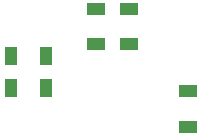
<source format=gbp>
G04 Layer_Color=128*
%FSLAX25Y25*%
%MOIN*%
G70*
G01*
G75*
%ADD12R,0.06299X0.03937*%
%ADD13R,0.03937X0.06299*%
D12*
X132874Y40354D02*
D03*
Y52165D02*
D03*
X122047D02*
D03*
Y40354D02*
D03*
X152559Y12795D02*
D03*
Y24606D02*
D03*
D13*
X93504Y25591D02*
D03*
X105315D02*
D03*
X93504Y36417D02*
D03*
X105315D02*
D03*
M02*

</source>
